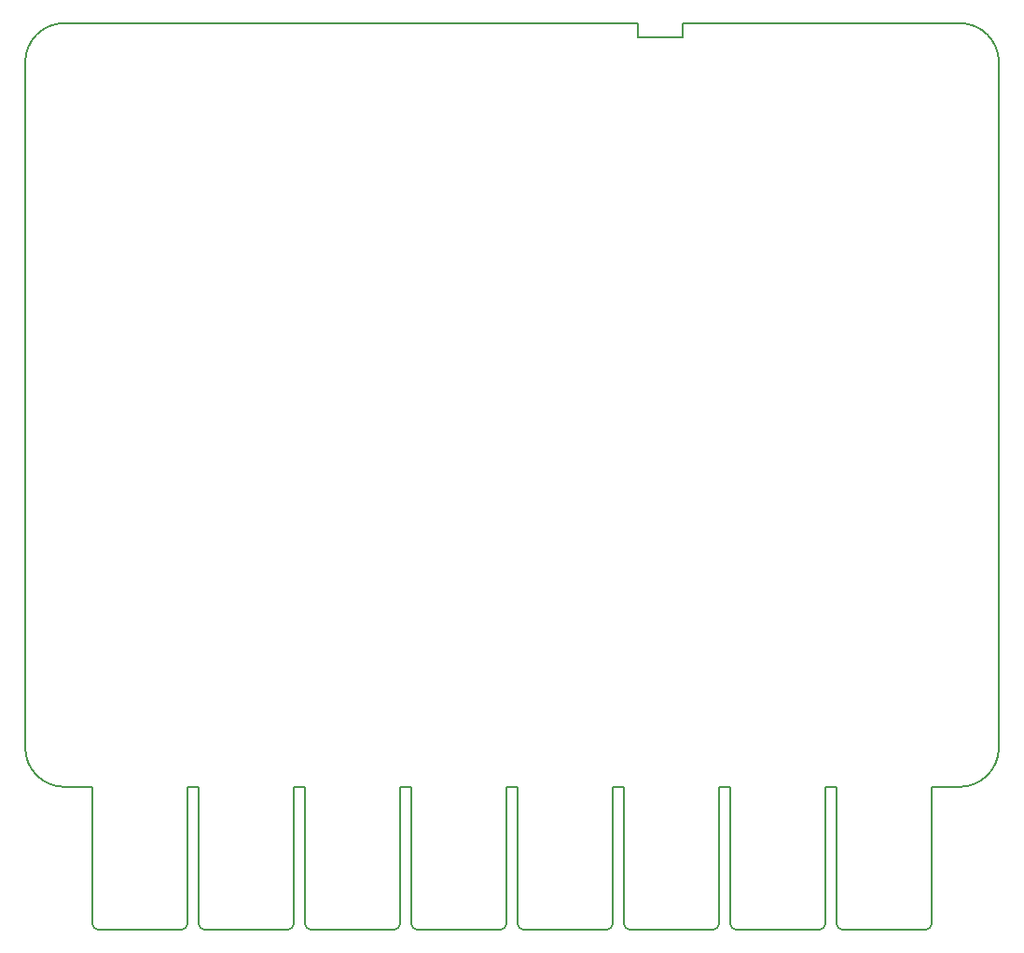
<source format=gko>
%TF.GenerationSoftware,KiCad,Pcbnew,4.0.7*%
%TF.CreationDate,2018-03-18T21:20:35+01:00*%
%TF.ProjectId,Synkino,53796E6B696E6F2E6B696361645F7063,rev?*%
%TF.FileFunction,Profile,NP*%
%FSLAX46Y46*%
G04 Gerber Fmt 4.6, Leading zero omitted, Abs format (unit mm)*
G04 Created by KiCad (PCBNEW 4.0.7) date 2018 March 18, Sunday 21:20:35*
%MOMM*%
%LPD*%
G01*
G04 APERTURE LIST*
%ADD10C,0.100000*%
%ADD11C,0.150000*%
G04 APERTURE END LIST*
D10*
D11*
X85852000Y-120396000D02*
G75*
G03X86360000Y-119888000I0J508000D01*
G01*
X95504000Y-120396000D02*
G75*
G03X96012000Y-119888000I0J508000D01*
G01*
X105156000Y-120396000D02*
G75*
G03X105664000Y-119888000I0J508000D01*
G01*
X114808000Y-120396000D02*
G75*
G03X115316000Y-119888000I0J508000D01*
G01*
X124460000Y-120396000D02*
G75*
G03X124968000Y-119888000I0J508000D01*
G01*
X134112000Y-120396000D02*
G75*
G03X134620000Y-119888000I0J508000D01*
G01*
X143764000Y-120396000D02*
G75*
G03X144272000Y-119888000I0J508000D01*
G01*
X153416000Y-120396000D02*
G75*
G03X153924000Y-119888000I0J508000D01*
G01*
X145288000Y-119888000D02*
G75*
G03X145796000Y-120396000I508000J0D01*
G01*
X135636000Y-119888000D02*
G75*
G03X136144000Y-120396000I508000J0D01*
G01*
X125984000Y-119888000D02*
G75*
G03X126492000Y-120396000I508000J0D01*
G01*
X116332000Y-119888000D02*
G75*
G03X116840000Y-120396000I508000J0D01*
G01*
X106680000Y-119888000D02*
G75*
G03X107188000Y-120396000I508000J0D01*
G01*
X97028000Y-119888000D02*
G75*
G03X97536000Y-120396000I508000J0D01*
G01*
X87376000Y-119888000D02*
G75*
G03X87884000Y-120396000I508000J0D01*
G01*
X77724000Y-119888000D02*
G75*
G03X78232000Y-120396000I508000J0D01*
G01*
X78232000Y-120396000D02*
X85852000Y-120396000D01*
X153924000Y-107442000D02*
X156464000Y-107442000D01*
X153924000Y-119888000D02*
X153924000Y-107442000D01*
X145796000Y-120396000D02*
X153416000Y-120396000D01*
X145288000Y-107442000D02*
X145288000Y-119888000D01*
X144272000Y-107442000D02*
X145288000Y-107442000D01*
X144272000Y-119888000D02*
X144272000Y-107442000D01*
X136144000Y-120396000D02*
X143764000Y-120396000D01*
X135636000Y-107442000D02*
X135636000Y-119888000D01*
X134620000Y-107442000D02*
X135636000Y-107442000D01*
X134620000Y-119888000D02*
X134620000Y-107442000D01*
X126492000Y-120396000D02*
X134112000Y-120396000D01*
X125984000Y-107442000D02*
X125984000Y-119888000D01*
X124968000Y-107442000D02*
X125984000Y-107442000D01*
X124968000Y-119888000D02*
X124968000Y-107442000D01*
X116840000Y-120396000D02*
X124460000Y-120396000D01*
X116332000Y-107442000D02*
X116332000Y-119888000D01*
X115316000Y-107442000D02*
X116332000Y-107442000D01*
X115316000Y-119888000D02*
X115316000Y-107442000D01*
X107188000Y-120396000D02*
X114808000Y-120396000D01*
X106680000Y-107442000D02*
X106680000Y-119888000D01*
X105664000Y-107442000D02*
X106680000Y-107442000D01*
X105664000Y-119888000D02*
X105664000Y-107442000D01*
X97536000Y-120396000D02*
X105156000Y-120396000D01*
X97028000Y-107442000D02*
X97028000Y-119888000D01*
X96012000Y-107442000D02*
X97028000Y-107442000D01*
X96012000Y-119888000D02*
X96012000Y-107442000D01*
X87884000Y-120396000D02*
X95504000Y-120396000D01*
X87376000Y-107442000D02*
X87376000Y-119888000D01*
X86360000Y-107442000D02*
X87376000Y-107442000D01*
X86360000Y-107950000D02*
X86360000Y-107442000D01*
X86360000Y-119888000D02*
X86360000Y-107950000D01*
X77724000Y-107442000D02*
X77724000Y-119888000D01*
X75184000Y-107442000D02*
X77724000Y-107442000D01*
X71628000Y-103886000D02*
G75*
G03X75184000Y-107442000I3556000J0D01*
G01*
X75184000Y-38100000D02*
G75*
G03X71628000Y-41656000I0J-3556000D01*
G01*
X160020000Y-41656000D02*
G75*
G03X156464000Y-38100000I-3556000J0D01*
G01*
X156464000Y-107442000D02*
G75*
G03X160020000Y-103886000I0J3556000D01*
G01*
X71628000Y-41656000D02*
X71628000Y-103886000D01*
X160020000Y-41656000D02*
X160020000Y-103886000D01*
X127254000Y-38100000D02*
X75184000Y-38100000D01*
X131318000Y-38100000D02*
X156464000Y-38100000D01*
X131318000Y-39370000D02*
X131318000Y-38100000D01*
X127254000Y-39370000D02*
X131318000Y-39370000D01*
X127254000Y-38100000D02*
X127254000Y-39370000D01*
M02*

</source>
